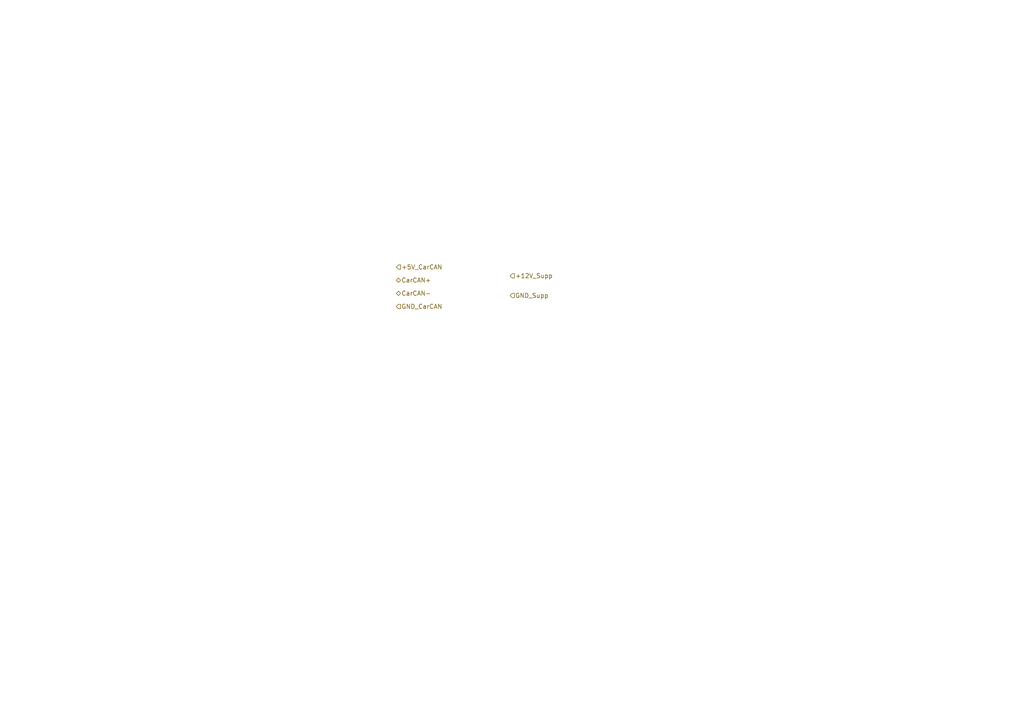
<source format=kicad_sch>
(kicad_sch
	(version 20250114)
	(generator "eeschema")
	(generator_version "9.0")
	(uuid "5d89a65e-61fa-4465-8a59-59a620659c87")
	(paper "A4")
	(lib_symbols)
	(hierarchical_label "GND_CarCAN"
		(shape input)
		(at 114.935 88.9 0)
		(effects
			(font
				(size 1.27 1.27)
			)
			(justify left)
		)
		(uuid "0871625b-201f-4a25-8d53-f67d364b2006")
	)
	(hierarchical_label "+12V_Supp"
		(shape input)
		(at 147.955 80.01 0)
		(effects
			(font
				(size 1.27 1.27)
			)
			(justify left)
		)
		(uuid "70ba81ef-5314-443c-9a0b-36e3b10e9413")
	)
	(hierarchical_label "GND_Supp"
		(shape input)
		(at 147.955 85.725 0)
		(effects
			(font
				(size 1.27 1.27)
			)
			(justify left)
		)
		(uuid "8ec3ccc2-2bc6-4875-bf27-6fcf167e639c")
	)
	(hierarchical_label "+5V_CarCAN"
		(shape input)
		(at 114.935 77.47 0)
		(effects
			(font
				(size 1.27 1.27)
			)
			(justify left)
		)
		(uuid "a16decc9-daa1-481e-8b3a-e9ac91d8502e")
	)
	(hierarchical_label "CarCAN+"
		(shape bidirectional)
		(at 114.935 81.28 0)
		(effects
			(font
				(size 1.27 1.27)
			)
			(justify left)
		)
		(uuid "c1a4b9f5-0c6c-4dae-8be6-792c744324eb")
	)
	(hierarchical_label "CarCAN-"
		(shape bidirectional)
		(at 114.935 85.09 0)
		(effects
			(font
				(size 1.27 1.27)
			)
			(justify left)
		)
		(uuid "f36b6f71-eead-452a-a55a-421ac9a8ec69")
	)
)

</source>
